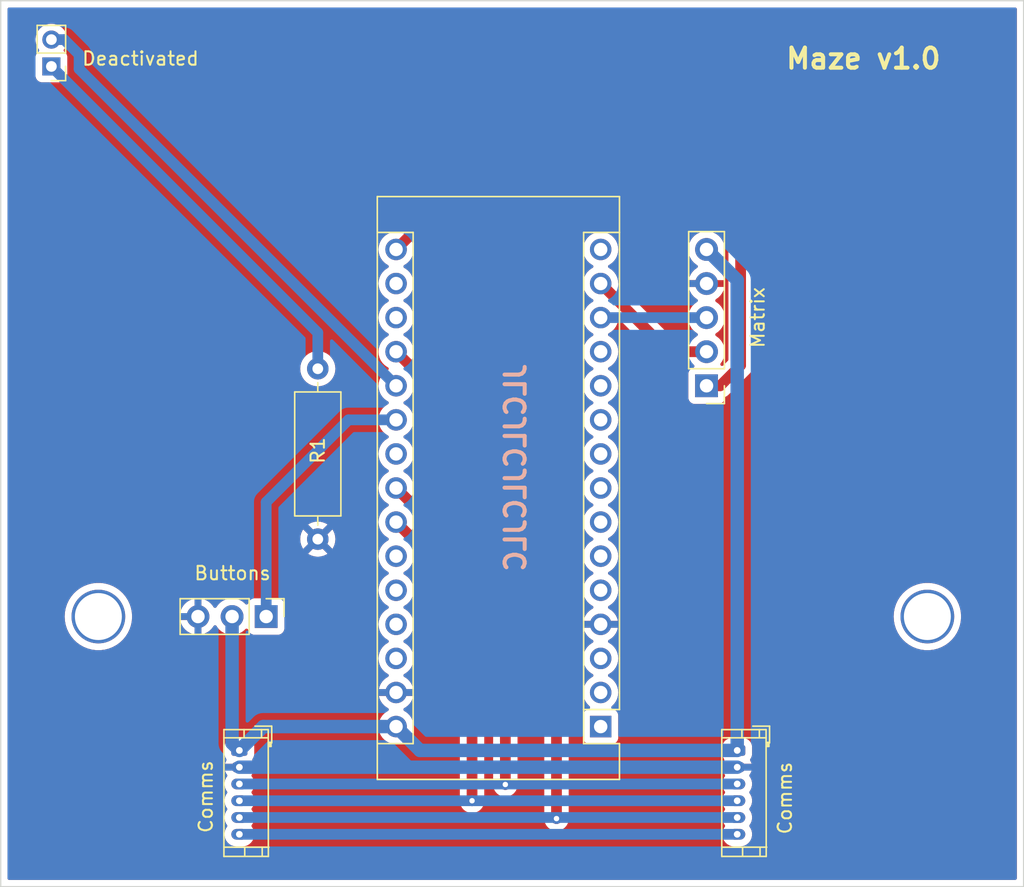
<source format=kicad_pcb>
(kicad_pcb (version 20211014) (generator pcbnew)
  (layers (0 "F.Cu" signal) (31 "B.Cu" signal) (34 "B.Paste" user) (35 "F.Paste" user) (36 "B.SilkS" user "B.Silkscreen") (37 "F.SilkS" user "F.Silkscreen") (38 "B.Mask" user) (39 "F.Mask" user) (44 "Edge.Cuts" user))
  (net 0 "")
  (net 10 "GND")
  (net 14 "Net-(A1-Pad21)")
  (net 20 "Net-(D1-Pad1)")
  (net 22 "/CS")
  (net 23 "/MOSI")
  (net 24 "/SCK")
  (net 25 "Master Interrupt")
  (net 26 "SDA")
  (net 27 "SCL")
  (net 28 "+5V")
  (net 29 "Net-(J1-Pad6)")
  (net 31 "Net-(A1-Pad20)")
  (footprint "Connector_PinHeader_2.54mm:PinHeader_1x05_P2.54mm_Vertical" (layer "F.Cu") (at 174.498 76.962 180)
    (fp_text reference "J2" hide)
    (fp_text value "Matrix" (at -3.81 5.08 90) (layer "F.SilkS"))
    (fp_line (start -1.33 1.27) (end -1.33 11.49) (layer "F.SilkS") (width 0.12))
    (fp_line (start -1.33 -1.33) (end 0 -1.33) (layer "F.SilkS") (width 0.12))
    (fp_line (start -1.33 0) (end -1.33 -1.33) (layer "F.SilkS") (width 0.12))
    (fp_line (start 1.33 1.27) (end 1.33 11.49) (layer "F.SilkS") (width 0.12))
    (fp_line (start -1.33 11.49) (end 1.33 11.49) (layer "F.SilkS") (width 0.12))
    (fp_line (start -1.33 1.27) (end 1.33 1.27) (layer "F.SilkS") (width 0.12))
    (pad "1" thru_hole rect (at 0 0 180) (size 1.7 1.7) (drill 1) (layers *.Cu *.Mask) (net 24 "/SCK"))
    (pad "2" thru_hole oval (at 0 2.54 180) (size 1.7 1.7) (drill 1) (layers *.Cu *.Mask) (net 23 "/MOSI"))
    (pad "3" thru_hole oval (at 0 5.08 180) (size 1.7 1.7) (drill 1) (layers *.Cu *.Mask) (net 22 "/CS"))
    (pad "4" thru_hole oval (at 0 7.62 180) (size 1.7 1.7) (drill 1) (layers *.Cu *.Mask) (net 10 "GND"))
    (pad "5" thru_hole oval (at 0 10.16 180) (size 1.7 1.7) (drill 1) (layers *.Cu *.Mask) (net 28 "+5V"))
  )
  (footprint "Library:JST_6P_1.25" (layer "F.Cu") (at 176.784 104.14 -90)
    (fp_text reference "J1" hide)
    (fp_text value "Comms" (at 3.556 -3.556 -90) (layer "F.SilkS"))
    (fp_line (start 7.855 -0.4) (end 7.245 -0.4) (layer "F.SilkS") (width 0.12))
    (fp_line (start 7.855 -1.7) (end 7.245 -1.7) (layer "F.SilkS") (width 0.12))
    (fp_line (start -0.94 -2.15) (end -0.94 1.15) (layer "F.SilkS") (width 0.12))
    (fp_line (start -0.56 -2.41) (end -1.81 -2.41) (layer "F.SilkS") (width 0.12))
    (fp_line (start -0.3 -2.36) (end -0.6 -2.36) (layer "F.SilkS") (width 0.12))
    (fp_line (start -0.6 -2.36) (end -0.6 -2.16) (layer "F.SilkS") (width 0.12))
    (fp_line (start -1.55 -1.65) (end -0.94 -1.65) (layer "F.SilkS") (width 0.12))
    (fp_line (start 7.21 -2.2) (end 7.21 1.15) (layer "F.SilkS") (width 0.12))
    (fp_line (start 7.9 -2.16) (end -1.55 -2.15) (layer "F.SilkS") (width 0.12))
    (fp_line (start 7.9 1.15) (end 7.9 -2.16) (layer "F.SilkS") (width 0.12))
    (fp_line (start -0.3 -2.26) (end -0.6 -2.26) (layer "F.SilkS") (width 0.12))
    (fp_line (start 7.9 1.15) (end -1.55 1.15) (layer "F.SilkS") (width 0.12))
    (fp_line (start -1.55 -0.35) (end -0.94 -0.35) (layer "F.SilkS") (width 0.12))
    (fp_line (start -1.81 -2.41) (end -1.81 -1.16) (layer "F.SilkS") (width 0.12))
    (fp_line (start -0.3 -2.16) (end -0.3 -2.36) (layer "F.SilkS") (width 0.12))
    (fp_line (start -1.55 -2.15) (end -1.55 1.15) (layer "F.SilkS") (width 0.12))
    (pad "1" thru_hole roundrect (at 0 0 270) (size 0.8 1.2) (drill 0.5) (layers *.Cu *.Mask) (roundrect_rratio 0.2083325) (net 28 "+5V"))
    (pad "2" thru_hole oval (at 1.25 0 270) (size 0.8 1.2) (drill 0.5) (layers *.Cu *.Mask) (net 10 "GND"))
    (pad "3" thru_hole oval (at 2.5 0 270) (size 0.8 1.2) (drill 0.5) (layers *.Cu *.Mask) (net 26 "SDA"))
    (pad "4" thru_hole oval (at 3.75 0 270) (size 0.8 1.2) (drill 0.5) (layers *.Cu *.Mask) (net 27 "SCL"))
    (pad "5" thru_hole oval (at 5 0 270) (size 0.8 1.2) (drill 0.5) (layers *.Cu *.Mask) (net 25 "Master Interrupt"))
    (pad "6" thru_hole oval (at 6.25 0 270) (size 0.8 1.2) (drill 0.5) (layers *.Cu *.Mask) (net 29 "Net-(J1-Pad6)"))
  )
  (footprint "Connector_PinHeader_2.54mm:PinHeader_1x03_P2.54mm_Vertical" (layer "F.Cu") (at 141.698 94.162 -90)
    (fp_text reference "J4" hide)
    (fp_text value "Buttons" (at -3.23 2.506 180) (layer "F.SilkS"))
    (fp_line (start -1.33 -1.33) (end 0 -1.33) (layer "F.SilkS") (width 0.12))
    (fp_line (start -1.33 6.41) (end 1.33 6.41) (layer "F.SilkS") (width 0.12))
    (fp_line (start -1.33 0) (end -1.33 -1.33) (layer "F.SilkS") (width 0.12))
    (fp_line (start -1.33 1.27) (end -1.33 6.41) (layer "F.SilkS") (width 0.12))
    (fp_line (start -1.33 1.27) (end 1.33 1.27) (layer "F.SilkS") (width 0.12))
    (fp_line (start 1.33 1.27) (end 1.33 6.41) (layer "F.SilkS") (width 0.12))
    (pad "1" thru_hole rect (at 0 0 270) (size 1.7 1.7) (drill 1) (layers *.Cu *.Mask) (net 14 "Net-(A1-Pad21)"))
    (pad "2" thru_hole oval (at 0 2.54 270) (size 1.7 1.7) (drill 1) (layers *.Cu *.Mask) (net 28 "+5V"))
    (pad "3" thru_hole oval (at 0 5.08 270) (size 1.7 1.7) (drill 1) (layers *.Cu *.Mask) (net 10 "GND"))
  )
  (footprint "Resistor_THT:R_Axial_DIN0309_L9.0mm_D3.2mm_P12.70mm_Horizontal" (layer "F.Cu") (at 145.542 88.392 90)
    (fp_text reference "R1" (at 6.604 0 90) (layer "F.SilkS"))
    (fp_text value "90")
    (fp_line (start 1.73 1.72) (end 10.97 1.72) (layer "F.SilkS") (width 0.12))
    (fp_line (start 10.97 -1.72) (end 1.73 -1.72) (layer "F.SilkS") (width 0.12))
    (fp_line (start 10.97 1.72) (end 10.97 -1.72) (layer "F.SilkS") (width 0.12))
    (fp_line (start 1.73 -1.72) (end 1.73 1.72) (layer "F.SilkS") (width 0.12))
    (fp_line (start 1.04 0) (end 1.73 0) (layer "F.SilkS") (width 0.12))
    (fp_line (start 11.66 0) (end 10.97 0) (layer "F.SilkS") (width 0.12))
    (pad "1" thru_hole circle (at 0 0 90) (size 1.6 1.6) (drill 0.8) (layers *.Cu *.Mask) (net 10 "GND"))
    (pad "2" thru_hole oval (at 12.7 0 90) (size 1.6 1.6) (drill 0.8) (layers *.Cu *.Mask) (net 20 "Net-(D1-Pad1)"))
  )
  (footprint "MountingHole:MountingHole_3.2mm_M3" (layer "F.Cu") (at 190.948 94.162)
    (fp_text reference "REF**" hide)
    (fp_text value "MountingHole_3.2mm_M3" hide)
    (pad "" np_thru_hole circle (at 0 0) (size 4 4) (drill 3.5) (layers F&B.Cu *.Mask))
  )
  (footprint "Connector_PinHeader_2.00mm:PinHeader_1x02_P2.00mm_Vertical" (layer "F.Cu") (at 125.698 53.162 180)
    (fp_text reference "D1" hide)
    (fp_text value "Deactivated" (at -6.636 0.584 180) (layer "F.SilkS"))
    (fp_line (start -1.06 1) (end 1.06 1) (layer "F.SilkS") (width 0.12))
    (fp_line (start -1.06 -1.06) (end 0 -1.06) (layer "F.SilkS") (width 0.12))
    (fp_line (start -1.06 3.06) (end 1.06 3.06) (layer "F.SilkS") (width 0.12))
    (fp_line (start -1.06 0) (end -1.06 -1.06) (layer "F.SilkS") (width 0.12))
    (fp_line (start 1.06 1) (end 1.06 3.06) (layer "F.SilkS") (width 0.12))
    (fp_line (start -1.06 1) (end -1.06 3.06) (layer "F.SilkS") (width 0.12))
    (pad "1" thru_hole rect (at 0 0 180) (size 1.35 1.35) (drill 0.8) (layers *.Cu *.Mask) (net 20 "Net-(D1-Pad1)"))
    (pad "2" thru_hole oval (at 0 2 180) (size 1.35 1.35) (drill 0.8) (layers *.Cu *.Mask) (net 31 "Net-(A1-Pad20)"))
  )
  (footprint "Module:Arduino_Nano" (layer "F.Cu") (at 166.614 102.362 180)
    (fp_text reference "A1" hide)
    (fp_text value "Arduino_Nano_v2.x")
    (fp_line (start 13.97 -1.27) (end 16.64 -1.27) (layer "F.SilkS") (width 0.12))
    (fp_line (start -1.4 -3.94) (end -1.4 -1.27) (layer "F.SilkS") (width 0.12))
    (fp_line (start 1.27 1.27) (end 1.27 36.83) (layer "F.SilkS") (width 0.12))
    (fp_line (start 1.27 1.27) (end 1.27 -1.27) (layer "F.SilkS") (width 0.12))
    (fp_line (start -1.4 1.27) (end -1.4 39.5) (layer "F.SilkS") (width 0.12))
    (fp_line (start 16.64 39.5) (end 16.64 -3.94) (layer "F.SilkS") (width 0.12))
    (fp_line (start 1.27 1.27) (end -1.4 1.27) (layer "F.SilkS") (width 0.12))
    (fp_line (start 13.97 -1.27) (end 13.97 36.83) (layer "F.SilkS") (width 0.12))
    (fp_line (start -1.4 39.5) (end 16.64 39.5) (layer "F.SilkS") (width 0.12))
    (fp_line (start 13.97 36.83) (end 16.64 36.83) (layer "F.SilkS") (width 0.12))
    (fp_line (start 1.27 -1.27) (end -1.4 -1.27) (layer "F.SilkS") (width 0.12))
    (fp_line (start 16.64 -3.94) (end -1.4 -3.94) (layer "F.SilkS") (width 0.12))
    (fp_line (start 1.27 36.83) (end -1.4 36.83) (layer "F.SilkS") (width 0.12))
    (pad "1" thru_hole rect (at 0 0 180) (size 1.6 1.6) (drill 1) (layers *.Cu *.Mask))
    (pad "2" thru_hole oval (at 0 2.54 180) (size 1.6 1.6) (drill 1) (layers *.Cu *.Mask))
    (pad "3" thru_hole oval (at 0 5.08 180) (size 1.6 1.6) (drill 1) (layers *.Cu *.Mask))
    (pad "4" thru_hole oval (at 0 7.62 180) (size 1.6 1.6) (drill 1) (layers *.Cu *.Mask) (net 10 "GND"))
    (pad "5" thru_hole oval (at 0 10.16 180) (size 1.6 1.6) (drill 1) (layers *.Cu *.Mask))
    (pad "6" thru_hole oval (at 0 12.7 180) (size 1.6 1.6) (drill 1) (layers *.Cu *.Mask))
    (pad "7" thru_hole oval (at 0 15.24 180) (size 1.6 1.6) (drill 1) (layers *.Cu *.Mask))
    (pad "8" thru_hole oval (at 0 17.78 180) (size 1.6 1.6) (drill 1) (layers *.Cu *.Mask))
    (pad "9" thru_hole oval (at 0 20.32 180) (size 1.6 1.6) (drill 1) (layers *.Cu *.Mask))
    (pad "10" thru_hole oval (at 0 22.86 180) (size 1.6 1.6) (drill 1) (layers *.Cu *.Mask))
    (pad "11" thru_hole oval (at 0 25.4 180) (size 1.6 1.6) (drill 1) (layers *.Cu *.Mask))
    (pad "12" thru_hole oval (at 0 27.94 180) (size 1.6 1.6) (drill 1) (layers *.Cu *.Mask))
    (pad "13" thru_hole oval (at 0 30.48 180) (size 1.6 1.6) (drill 1) (layers *.Cu *.Mask) (net 22 "/CS"))
    (pad "14" thru_hole oval (at 0 33.02 180) (size 1.6 1.6) (drill 1) (layers *.Cu *.Mask) (net 23 "/MOSI"))
    (pad "15" thru_hole oval (at 0 35.56 180) (size 1.6 1.6) (drill 1) (layers *.Cu *.Mask))
    (pad "16" thru_hole oval (at 15.24 35.56 180) (size 1.6 1.6) (drill 1) (layers *.Cu *.Mask) (net 24 "/SCK"))
    (pad "17" thru_hole oval (at 15.24 33.02 180) (size 1.6 1.6) (drill 1) (layers *.Cu *.Mask))
    (pad "18" thru_hole oval (at 15.24 30.48 180) (size 1.6 1.6) (drill 1) (layers *.Cu *.Mask))
    (pad "19" thru_hole oval (at 15.24 27.94 180) (size 1.6 1.6) (drill 1) (layers *.Cu *.Mask) (net 25 "Master Interrupt"))
    (pad "20" thru_hole oval (at 15.24 25.4 180) (size 1.6 1.6) (drill 1) (layers *.Cu *.Mask) (net 31 "Net-(A1-Pad20)"))
    (pad "21" thru_hole oval (at 15.24 22.86 180) (size 1.6 1.6) (drill 1) (layers *.Cu *.Mask) (net 14 "Net-(A1-Pad21)"))
    (pad "22" thru_hole oval (at 15.24 20.32 180) (size 1.6 1.6) (drill 1) (layers *.Cu *.Mask))
    (pad "23" thru_hole oval (at 15.24 17.78 180) (size 1.6 1.6) (drill 1) (layers *.Cu *.Mask) (net 26 "SDA"))
    (pad "24" thru_hole oval (at 15.24 15.24 180) (size 1.6 1.6) (drill 1) (layers *.Cu *.Mask) (net 27 "SCL"))
    (pad "25" thru_hole oval (at 15.24 12.7 180) (size 1.6 1.6) (drill 1) (layers *.Cu *.Mask))
    (pad "26" thru_hole oval (at 15.24 10.16 180) (size 1.6 1.6) (drill 1) (layers *.Cu *.Mask))
    (pad "27" thru_hole oval (at 15.24 7.62 180) (size 1.6 1.6) (drill 1) (layers *.Cu *.Mask))
    (pad "28" thru_hole oval (at 15.24 5.08 180) (size 1.6 1.6) (drill 1) (layers *.Cu *.Mask))
    (pad "29" thru_hole oval (at 15.24 2.54 180) (size 1.6 1.6) (drill 1) (layers *.Cu *.Mask) (net 10 "GND"))
    (pad "30" thru_hole oval (at 15.24 0 180) (size 1.6 1.6) (drill 1) (layers *.Cu *.Mask) (net 28 "+5V"))
  )
  (footprint "MountingHole:MountingHole_3.2mm_M3" (layer "F.Cu") (at 129.198 94.162)
    (fp_text reference "REF**" hide)
    (fp_text value "MountingHole_3.2mm_M3" hide)
    (pad "" np_thru_hole circle (at 0 0) (size 4 4) (drill 3.5) (layers F&B.Cu *.Mask))
  )
  (footprint "Library:JST_6P_1.25" (layer "F.Cu") (at 139.7 104.14 -90)
    (fp_text reference "J3" hide)
    (fp_text value "Comms" (at 3.45 2.5 90) (layer "F.SilkS"))
    (fp_line (start -0.3 -2.26) (end -0.6 -2.26) (layer "F.SilkS") (width 0.12))
    (fp_line (start 7.855 -1.7) (end 7.245 -1.7) (layer "F.SilkS") (width 0.12))
    (fp_line (start 7.9 1.15) (end 7.9 -2.16) (layer "F.SilkS") (width 0.12))
    (fp_line (start -0.3 -2.16) (end -0.3 -2.36) (layer "F.SilkS") (width 0.12))
    (fp_line (start 7.21 -2.2) (end 7.21 1.15) (layer "F.SilkS") (width 0.12))
    (fp_line (start -1.55 -2.15) (end -1.55 1.15) (layer "F.SilkS") (width 0.12))
    (fp_line (start -1.81 -2.41) (end -1.81 -1.16) (layer "F.SilkS") (width 0.12))
    (fp_line (start -0.3 -2.36) (end -0.6 -2.36) (layer "F.SilkS") (width 0.12))
    (fp_line (start -0.94 -2.15) (end -0.94 1.15) (layer "F.SilkS") (width 0.12))
    (fp_line (start 7.9 1.15) (end -1.55 1.15) (layer "F.SilkS") (width 0.12))
    (fp_line (start -1.55 -0.35) (end -0.94 -0.35) (layer "F.SilkS") (width 0.12))
    (fp_line (start 7.855 -0.4) (end 7.245 -0.4) (layer "F.SilkS") (width 0.12))
    (fp_line (start -1.55 -1.65) (end -0.94 -1.65) (layer "F.SilkS") (width 0.12))
    (fp_line (start -0.6 -2.36) (end -0.6 -2.16) (layer "F.SilkS") (width 0.12))
    (fp_line (start -0.56 -2.41) (end -1.81 -2.41) (layer "F.SilkS") (width 0.12))
    (fp_line (start 7.9 -2.16) (end -1.55 -2.15) (layer "F.SilkS") (width 0.12))
    (pad "1" thru_hole roundrect (at 0 0 270) (size 0.8 1.2) (drill 0.5) (layers *.Cu *.Mask) (roundrect_rratio 0.2083325) (net 28 "+5V"))
    (pad "2" thru_hole oval (at 1.25 0 270) (size 0.8 1.2) (drill 0.5) (layers *.Cu *.Mask) (net 10 "GND"))
    (pad "3" thru_hole oval (at 2.5 0 270) (size 0.8 1.2) (drill 0.5) (layers *.Cu *.Mask) (net 26 "SDA"))
    (pad "4" thru_hole oval (at 3.75 0 270) (size 0.8 1.2) (drill 0.5) (layers *.Cu *.Mask) (net 27 "SCL"))
    (pad "5" thru_hole oval (at 5 0 270) (size 0.8 1.2) (drill 0.5) (layers *.Cu *.Mask) (net 25 "Master Interrupt"))
    (pad "6" thru_hole oval (at 6.25 0 270) (size 0.8 1.2) (drill 0.5) (layers *.Cu *.Mask) (net 29 "Net-(J1-Pad6)"))
  )
  (gr_rect (start 121.92 48.26) (end 198.12 114.3) (layer "Edge.Cuts") (width 0.1) (fill none))
  (gr_text "JLCJLCJLCJLC" (at 160.274 83.058 90) (layer "B.SilkS") (effects (font (size 1.5 1.5) (thickness 0.3)) (justify mirror)))
  (gr_text "Maze v1.0" (at 186.182 52.578) (layer "F.SilkS") (effects (font (size 1.5 1.5) (thickness 0.3))))
  (segment (start 139.7 105.39) (end 176.784 105.39) (width 1) (layer "B.Cu") (net 10))
  (segment (start 141.698 94.162) (end 141.698 85.632) (width 0.8) (layer "B.Cu") (net 14))
  (segment (start 147.828 79.502) (end 151.374 79.502) (width 0.8) (layer "B.Cu") (net 14))
  (segment (start 141.698 85.632) (end 147.828 79.502) (width 0.8) (layer "B.Cu") (net 14))
  (segment (start 145.542 75.692) (end 145.542 73.006) (width 0.8) (layer "B.Cu") (net 20))
  (segment (start 145.542 73.006) (end 125.698 53.162) (width 0.8) (layer "B.Cu") (net 20))
  (segment (start 166.614 71.882) (end 174.498 71.882) (width 0.8) (layer "B.Cu") (net 22))
  (segment (start 174.498 74.422) (end 171.694 74.422) (width 0.8) (layer "F.Cu") (net 23))
  (segment (start 171.694 74.422) (end 166.614 69.342) (width 0.8) (layer "F.Cu") (net 23))
  (segment (start 177.038 65.532) (end 175.514 64.008) (width 0.8) (layer "F.Cu") (net 24))
  (segment (start 175.514 64.008) (end 154.168 64.008) (width 0.8) (layer "F.Cu") (net 24))
  (segment (start 177.038 75.438) (end 177.038 65.532) (width 0.8) (layer "F.Cu") (net 24))
  (segment (start 154.168 64.008) (end 151.374 66.802) (width 0.8) (layer "F.Cu") (net 24))
  (segment (start 174.498 76.962) (end 175.514 76.962) (width 0.8) (layer "F.Cu") (net 24))
  (segment (start 175.514 76.962) (end 177.038 75.438) (width 0.8) (layer "F.Cu") (net 24))
  (segment (start 163.322 109.22) (end 163.322 86.37) (width 0.8) (layer "F.Cu") (net 25))
  (segment (start 163.322 86.37) (end 151.374 74.422) (width 0.8) (layer "F.Cu") (net 25))
  (via (at 163.322 109.22) (size 0.8) (drill 0.4) (layers "F.Cu" "B.Cu") (net 25))
  (segment (start 139.7 109.14) (end 176.784 109.14) (width 0.8) (layer "B.Cu") (net 25))
  (segment (start 151.374 84.582) (end 159.512 92.72) (width 0.8) (layer "F.Cu") (net 26))
  (segment (start 159.512 92.72) (end 159.512 106.68) (width 0.8) (layer "F.Cu") (net 26))
  (via (at 159.512 106.68) (size 0.8) (drill 0.4) (layers "F.Cu" "B.Cu") (net 26))
  (segment (start 139.7 106.64) (end 176.784 106.64) (width 0.8) (layer "B.Cu") (net 26))
  (segment (start 157.032 92.78) (end 157.032 107.89) (width 0.8) (layer "F.Cu") (net 27))
  (segment (start 151.374 87.122) (end 157.032 92.78) (width 0.8) (layer "F.Cu") (net 27))
  (via (at 157.032 107.89) (size 0.8) (drill 0.4) (layers "F.Cu" "B.Cu") (net 27))
  (segment (start 157.032 107.89) (end 176.784 107.89) (width 0.8) (layer "B.Cu") (net 27))
  (segment (start 139.7 107.89) (end 157.032 107.89) (width 0.8) (layer "B.Cu") (net 27))
  (segment (start 141.478 102.362) (end 151.374 102.362) (width 1) (layer "B.Cu") (net 28))
  (segment (start 151.374 102.362) (end 153.152 104.14) (width 1) (layer "B.Cu") (net 28))
  (segment (start 153.152 104.14) (end 176.784 104.14) (width 1) (layer "B.Cu") (net 28))
  (segment (start 139.7 104.14) (end 139.158 103.598) (width 1) (layer "B.Cu") (net 28))
  (segment (start 174.498 66.802) (end 176.784 69.088) (width 1) (layer "B.Cu") (net 28))
  (segment (start 139.7 104.14) (end 141.478 102.362) (width 1) (layer "B.Cu") (net 28))
  (segment (start 139.158 103.598) (end 139.158 94.162) (width 1) (layer "B.Cu") (net 28))
  (segment (start 176.784 69.088) (end 176.784 104.14) (width 1) (layer "B.Cu") (net 28))
  (segment (start 139.7 110.39) (end 176.784 110.39) (width 0.8) (layer "B.Cu") (net 29))
  (segment (start 126.652594 51.162) (end 125.698 51.162) (width 0.8) (layer "B.Cu") (net 31))
  (segment (start 151.374 76.962) (end 127.762 53.35) (width 0.8) (layer "B.Cu") (net 31))
  (segment (start 127.762 52.271406) (end 126.652594 51.162) (width 0.8) (layer "B.Cu") (net 31))
  (segment (start 127.762 53.35) (end 127.762 52.271406) (width 0.8) (layer "B.Cu") (net 31))
  (zone (net 10) (net_name "GND") (layers F&B.Cu) (connect_pads (clearance 0.508)) (min_thickness 0.254) (fill yes (thermal_gap 0.508) (thermal_bridge_width 0.508))
    (polygon (pts (xy 198.12 114.3) (xy 121.92 114.3) (xy 121.92 48.26) (xy 198.12 48.26)))
  )
)
</source>
